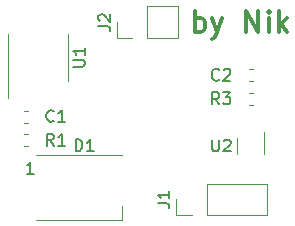
<source format=gbr>
G04 #@! TF.GenerationSoftware,KiCad,Pcbnew,5.1.5*
G04 #@! TF.CreationDate,2019-11-23T18:51:37+01:00*
G04 #@! TF.ProjectId,leg_sensor_board,6c65675f-7365-46e7-936f-725f626f6172,rev?*
G04 #@! TF.SameCoordinates,Original*
G04 #@! TF.FileFunction,Legend,Top*
G04 #@! TF.FilePolarity,Positive*
%FSLAX46Y46*%
G04 Gerber Fmt 4.6, Leading zero omitted, Abs format (unit mm)*
G04 Created by KiCad (PCBNEW 5.1.5) date 2019-11-23 18:51:37*
%MOMM*%
%LPD*%
G04 APERTURE LIST*
%ADD10C,0.300000*%
%ADD11C,0.120000*%
%ADD12C,0.150000*%
G04 APERTURE END LIST*
D10*
X115268857Y-99874285D02*
X115268857Y-98074285D01*
X115268857Y-98760000D02*
X115440285Y-98674285D01*
X115783142Y-98674285D01*
X115954571Y-98760000D01*
X116040285Y-98845714D01*
X116126000Y-99017142D01*
X116126000Y-99531428D01*
X116040285Y-99702857D01*
X115954571Y-99788571D01*
X115783142Y-99874285D01*
X115440285Y-99874285D01*
X115268857Y-99788571D01*
X116726000Y-98674285D02*
X117154571Y-99874285D01*
X117583142Y-98674285D02*
X117154571Y-99874285D01*
X116983142Y-100302857D01*
X116897428Y-100388571D01*
X116726000Y-100474285D01*
X119640285Y-99874285D02*
X119640285Y-98074285D01*
X120668857Y-99874285D01*
X120668857Y-98074285D01*
X121526000Y-99874285D02*
X121526000Y-98674285D01*
X121526000Y-98074285D02*
X121440285Y-98160000D01*
X121526000Y-98245714D01*
X121611714Y-98160000D01*
X121526000Y-98074285D01*
X121526000Y-98245714D01*
X122383142Y-99874285D02*
X122383142Y-98074285D01*
X122554571Y-99188571D02*
X123068857Y-99874285D01*
X123068857Y-98674285D02*
X122383142Y-99360000D01*
D11*
X120162779Y-104010000D02*
X119837221Y-104010000D01*
X120162779Y-102990000D02*
X119837221Y-102990000D01*
X101850000Y-110250000D02*
X109150000Y-110250000D01*
X101850000Y-115750000D02*
X109150000Y-115750000D01*
X109150000Y-115750000D02*
X109150000Y-114600000D01*
X100837221Y-106490000D02*
X101162779Y-106490000D01*
X100837221Y-107510000D02*
X101162779Y-107510000D01*
X121160000Y-110200000D02*
X121160000Y-108300000D01*
X118840000Y-108800000D02*
X118840000Y-110200000D01*
X104560000Y-102000000D02*
X104560000Y-100050000D01*
X104560000Y-102000000D02*
X104560000Y-103950000D01*
X99440000Y-102000000D02*
X99440000Y-100050000D01*
X99440000Y-102000000D02*
X99440000Y-105450000D01*
X120162779Y-104990000D02*
X119837221Y-104990000D01*
X120162779Y-106010000D02*
X119837221Y-106010000D01*
X100837221Y-109510000D02*
X101162779Y-109510000D01*
X100837221Y-108490000D02*
X101162779Y-108490000D01*
X113870000Y-100330000D02*
X113870000Y-97670000D01*
X111270000Y-100330000D02*
X113870000Y-100330000D01*
X111270000Y-97670000D02*
X113870000Y-97670000D01*
X111270000Y-100330000D02*
X111270000Y-97670000D01*
X110000000Y-100330000D02*
X108670000Y-100330000D01*
X108670000Y-100330000D02*
X108670000Y-99000000D01*
X121410000Y-115330000D02*
X121410000Y-112670000D01*
X116270000Y-115330000D02*
X121410000Y-115330000D01*
X116270000Y-112670000D02*
X121410000Y-112670000D01*
X116270000Y-115330000D02*
X116270000Y-112670000D01*
X115000000Y-115330000D02*
X113670000Y-115330000D01*
X113670000Y-115330000D02*
X113670000Y-114000000D01*
D12*
X117333333Y-103857142D02*
X117285714Y-103904761D01*
X117142857Y-103952380D01*
X117047619Y-103952380D01*
X116904761Y-103904761D01*
X116809523Y-103809523D01*
X116761904Y-103714285D01*
X116714285Y-103523809D01*
X116714285Y-103380952D01*
X116761904Y-103190476D01*
X116809523Y-103095238D01*
X116904761Y-103000000D01*
X117047619Y-102952380D01*
X117142857Y-102952380D01*
X117285714Y-103000000D01*
X117333333Y-103047619D01*
X117714285Y-103047619D02*
X117761904Y-103000000D01*
X117857142Y-102952380D01*
X118095238Y-102952380D01*
X118190476Y-103000000D01*
X118238095Y-103047619D01*
X118285714Y-103142857D01*
X118285714Y-103238095D01*
X118238095Y-103380952D01*
X117666666Y-103952380D01*
X118285714Y-103952380D01*
X105179904Y-109926380D02*
X105179904Y-108926380D01*
X105418000Y-108926380D01*
X105560857Y-108974000D01*
X105656095Y-109069238D01*
X105703714Y-109164476D01*
X105751333Y-109354952D01*
X105751333Y-109497809D01*
X105703714Y-109688285D01*
X105656095Y-109783523D01*
X105560857Y-109878761D01*
X105418000Y-109926380D01*
X105179904Y-109926380D01*
X106703714Y-109926380D02*
X106132285Y-109926380D01*
X106418000Y-109926380D02*
X106418000Y-108926380D01*
X106322761Y-109069238D01*
X106227523Y-109164476D01*
X106132285Y-109212095D01*
X101635714Y-111852380D02*
X101064285Y-111852380D01*
X101350000Y-111852380D02*
X101350000Y-110852380D01*
X101254761Y-110995238D01*
X101159523Y-111090476D01*
X101064285Y-111138095D01*
X103333333Y-107357142D02*
X103285714Y-107404761D01*
X103142857Y-107452380D01*
X103047619Y-107452380D01*
X102904761Y-107404761D01*
X102809523Y-107309523D01*
X102761904Y-107214285D01*
X102714285Y-107023809D01*
X102714285Y-106880952D01*
X102761904Y-106690476D01*
X102809523Y-106595238D01*
X102904761Y-106500000D01*
X103047619Y-106452380D01*
X103142857Y-106452380D01*
X103285714Y-106500000D01*
X103333333Y-106547619D01*
X104285714Y-107452380D02*
X103714285Y-107452380D01*
X104000000Y-107452380D02*
X104000000Y-106452380D01*
X103904761Y-106595238D01*
X103809523Y-106690476D01*
X103714285Y-106738095D01*
X116738095Y-108952380D02*
X116738095Y-109761904D01*
X116785714Y-109857142D01*
X116833333Y-109904761D01*
X116928571Y-109952380D01*
X117119047Y-109952380D01*
X117214285Y-109904761D01*
X117261904Y-109857142D01*
X117309523Y-109761904D01*
X117309523Y-108952380D01*
X117738095Y-109047619D02*
X117785714Y-109000000D01*
X117880952Y-108952380D01*
X118119047Y-108952380D01*
X118214285Y-109000000D01*
X118261904Y-109047619D01*
X118309523Y-109142857D01*
X118309523Y-109238095D01*
X118261904Y-109380952D01*
X117690476Y-109952380D01*
X118309523Y-109952380D01*
X104952380Y-102761904D02*
X105761904Y-102761904D01*
X105857142Y-102714285D01*
X105904761Y-102666666D01*
X105952380Y-102571428D01*
X105952380Y-102380952D01*
X105904761Y-102285714D01*
X105857142Y-102238095D01*
X105761904Y-102190476D01*
X104952380Y-102190476D01*
X105952380Y-101190476D02*
X105952380Y-101761904D01*
X105952380Y-101476190D02*
X104952380Y-101476190D01*
X105095238Y-101571428D01*
X105190476Y-101666666D01*
X105238095Y-101761904D01*
X117333333Y-105952380D02*
X117000000Y-105476190D01*
X116761904Y-105952380D02*
X116761904Y-104952380D01*
X117142857Y-104952380D01*
X117238095Y-105000000D01*
X117285714Y-105047619D01*
X117333333Y-105142857D01*
X117333333Y-105285714D01*
X117285714Y-105380952D01*
X117238095Y-105428571D01*
X117142857Y-105476190D01*
X116761904Y-105476190D01*
X117666666Y-104952380D02*
X118285714Y-104952380D01*
X117952380Y-105333333D01*
X118095238Y-105333333D01*
X118190476Y-105380952D01*
X118238095Y-105428571D01*
X118285714Y-105523809D01*
X118285714Y-105761904D01*
X118238095Y-105857142D01*
X118190476Y-105904761D01*
X118095238Y-105952380D01*
X117809523Y-105952380D01*
X117714285Y-105904761D01*
X117666666Y-105857142D01*
X103333333Y-109452380D02*
X103000000Y-108976190D01*
X102761904Y-109452380D02*
X102761904Y-108452380D01*
X103142857Y-108452380D01*
X103238095Y-108500000D01*
X103285714Y-108547619D01*
X103333333Y-108642857D01*
X103333333Y-108785714D01*
X103285714Y-108880952D01*
X103238095Y-108928571D01*
X103142857Y-108976190D01*
X102761904Y-108976190D01*
X104285714Y-109452380D02*
X103714285Y-109452380D01*
X104000000Y-109452380D02*
X104000000Y-108452380D01*
X103904761Y-108595238D01*
X103809523Y-108690476D01*
X103714285Y-108738095D01*
X107122380Y-99333333D02*
X107836666Y-99333333D01*
X107979523Y-99380952D01*
X108074761Y-99476190D01*
X108122380Y-99619047D01*
X108122380Y-99714285D01*
X107217619Y-98904761D02*
X107170000Y-98857142D01*
X107122380Y-98761904D01*
X107122380Y-98523809D01*
X107170000Y-98428571D01*
X107217619Y-98380952D01*
X107312857Y-98333333D01*
X107408095Y-98333333D01*
X107550952Y-98380952D01*
X108122380Y-98952380D01*
X108122380Y-98333333D01*
X112122380Y-114333333D02*
X112836666Y-114333333D01*
X112979523Y-114380952D01*
X113074761Y-114476190D01*
X113122380Y-114619047D01*
X113122380Y-114714285D01*
X113122380Y-113333333D02*
X113122380Y-113904761D01*
X113122380Y-113619047D02*
X112122380Y-113619047D01*
X112265238Y-113714285D01*
X112360476Y-113809523D01*
X112408095Y-113904761D01*
M02*

</source>
